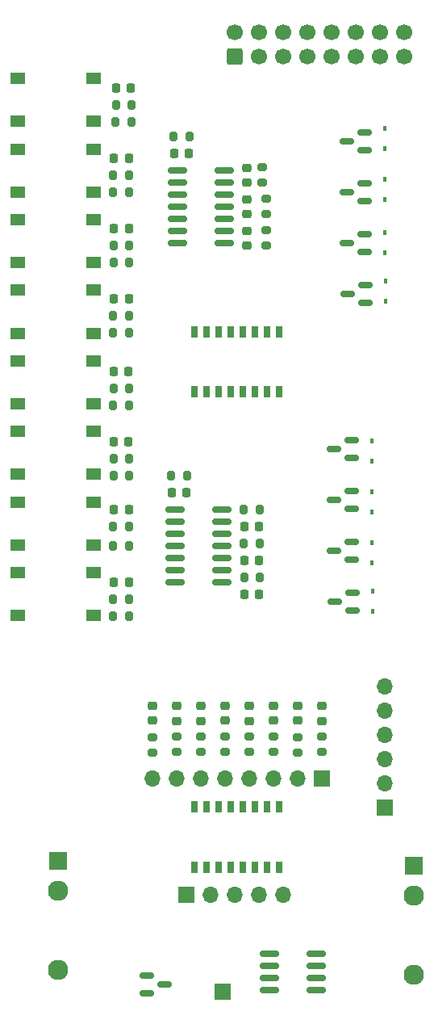
<source format=gbr>
%TF.GenerationSoftware,KiCad,Pcbnew,(6.0.5)*%
%TF.CreationDate,2023-02-22T06:39:24-08:00*%
%TF.ProjectId,wisseq,77697373-6571-42e6-9b69-6361645f7063,rev?*%
%TF.SameCoordinates,Original*%
%TF.FileFunction,Soldermask,Top*%
%TF.FilePolarity,Negative*%
%FSLAX46Y46*%
G04 Gerber Fmt 4.6, Leading zero omitted, Abs format (unit mm)*
G04 Created by KiCad (PCBNEW (6.0.5)) date 2023-02-22 06:39:24*
%MOMM*%
%LPD*%
G01*
G04 APERTURE LIST*
G04 Aperture macros list*
%AMRoundRect*
0 Rectangle with rounded corners*
0 $1 Rounding radius*
0 $2 $3 $4 $5 $6 $7 $8 $9 X,Y pos of 4 corners*
0 Add a 4 corners polygon primitive as box body*
4,1,4,$2,$3,$4,$5,$6,$7,$8,$9,$2,$3,0*
0 Add four circle primitives for the rounded corners*
1,1,$1+$1,$2,$3*
1,1,$1+$1,$4,$5*
1,1,$1+$1,$6,$7*
1,1,$1+$1,$8,$9*
0 Add four rect primitives between the rounded corners*
20,1,$1+$1,$2,$3,$4,$5,0*
20,1,$1+$1,$4,$5,$6,$7,0*
20,1,$1+$1,$6,$7,$8,$9,0*
20,1,$1+$1,$8,$9,$2,$3,0*%
G04 Aperture macros list end*
%ADD10R,0.800000X1.300000*%
%ADD11RoundRect,0.150000X0.825000X0.150000X-0.825000X0.150000X-0.825000X-0.150000X0.825000X-0.150000X0*%
%ADD12RoundRect,0.150000X-0.825000X-0.150000X0.825000X-0.150000X0.825000X0.150000X-0.825000X0.150000X0*%
%ADD13R,1.550000X1.300000*%
%ADD14RoundRect,0.200000X0.275000X-0.200000X0.275000X0.200000X-0.275000X0.200000X-0.275000X-0.200000X0*%
%ADD15RoundRect,0.200000X-0.200000X-0.275000X0.200000X-0.275000X0.200000X0.275000X-0.200000X0.275000X0*%
%ADD16RoundRect,0.150000X-0.587500X-0.150000X0.587500X-0.150000X0.587500X0.150000X-0.587500X0.150000X0*%
%ADD17RoundRect,0.150000X0.587500X0.150000X-0.587500X0.150000X-0.587500X-0.150000X0.587500X-0.150000X0*%
%ADD18R,1.700000X1.700000*%
%ADD19O,1.700000X1.700000*%
%ADD20RoundRect,0.250000X0.600000X-0.600000X0.600000X0.600000X-0.600000X0.600000X-0.600000X-0.600000X0*%
%ADD21C,1.700000*%
%ADD22R,1.930000X1.830000*%
%ADD23C,2.130000*%
%ADD24RoundRect,0.218750X-0.256250X0.218750X-0.256250X-0.218750X0.256250X-0.218750X0.256250X0.218750X0*%
%ADD25R,0.450000X0.600000*%
%ADD26RoundRect,0.218750X0.218750X0.256250X-0.218750X0.256250X-0.218750X-0.256250X0.218750X-0.256250X0*%
%ADD27RoundRect,0.225000X-0.225000X-0.250000X0.225000X-0.250000X0.225000X0.250000X-0.225000X0.250000X0*%
%ADD28RoundRect,0.225000X0.250000X-0.225000X0.250000X0.225000X-0.250000X0.225000X-0.250000X-0.225000X0*%
%ADD29RoundRect,0.225000X0.225000X0.250000X-0.225000X0.250000X-0.225000X-0.250000X0.225000X-0.250000X0*%
G04 APERTURE END LIST*
D10*
%TO.C,U5*%
X50424000Y-115785000D03*
X49144000Y-115785000D03*
X47884000Y-115785000D03*
X46614000Y-115785000D03*
X45334000Y-115785000D03*
X44064000Y-115785000D03*
X42804000Y-115785000D03*
X41524000Y-115785000D03*
X41524000Y-122085000D03*
X42804000Y-122085000D03*
X44064000Y-122085000D03*
X45334000Y-122085000D03*
X46614000Y-122085000D03*
X47884000Y-122085000D03*
X49144000Y-122085000D03*
X50424000Y-122085000D03*
%TD*%
D11*
%TO.C,U4*%
X44639000Y-56642000D03*
X44639000Y-55372000D03*
X44639000Y-54102000D03*
X44639000Y-52832000D03*
X44639000Y-51562000D03*
X44639000Y-50292000D03*
X44639000Y-49022000D03*
X39689000Y-49022000D03*
X39689000Y-50292000D03*
X39689000Y-51562000D03*
X39689000Y-52832000D03*
X39689000Y-54102000D03*
X39689000Y-55372000D03*
X39689000Y-56642000D03*
%TD*%
%TO.C,U3*%
X44385000Y-92202000D03*
X44385000Y-90932000D03*
X44385000Y-89662000D03*
X44385000Y-88392000D03*
X44385000Y-87122000D03*
X44385000Y-85852000D03*
X44385000Y-84582000D03*
X39435000Y-84582000D03*
X39435000Y-85852000D03*
X39435000Y-87122000D03*
X39435000Y-88392000D03*
X39435000Y-89662000D03*
X39435000Y-90932000D03*
X39435000Y-92202000D03*
%TD*%
D10*
%TO.C,U2*%
X41524000Y-72238000D03*
X42804000Y-72238000D03*
X44064000Y-72238000D03*
X45334000Y-72238000D03*
X46614000Y-72238000D03*
X47884000Y-72238000D03*
X49144000Y-72238000D03*
X50424000Y-72238000D03*
X50424000Y-65938000D03*
X49144000Y-65938000D03*
X47884000Y-65938000D03*
X46614000Y-65938000D03*
X45334000Y-65938000D03*
X44064000Y-65938000D03*
X42804000Y-65938000D03*
X41524000Y-65938000D03*
%TD*%
D12*
%TO.C,U1*%
X49341000Y-131191000D03*
X49341000Y-132461000D03*
X49341000Y-133731000D03*
X49341000Y-135001000D03*
X54291000Y-135001000D03*
X54291000Y-133731000D03*
X54291000Y-132461000D03*
X54291000Y-131191000D03*
%TD*%
D13*
%TO.C,SW8*%
X22949000Y-43906000D03*
X30899000Y-43906000D03*
X30899000Y-39406000D03*
X22949000Y-39406000D03*
%TD*%
%TO.C,SW7*%
X22949000Y-51308285D03*
X30899000Y-51308285D03*
X30899000Y-46808285D03*
X22949000Y-46808285D03*
%TD*%
%TO.C,SW6*%
X22949000Y-58710570D03*
X30899000Y-58710570D03*
X30899000Y-54210570D03*
X22949000Y-54210570D03*
%TD*%
%TO.C,SW5*%
X22949000Y-66112855D03*
X30899000Y-66112855D03*
X30899000Y-61612855D03*
X22949000Y-61612855D03*
%TD*%
%TO.C,SW4*%
X22949000Y-73515140D03*
X30899000Y-73515140D03*
X30899000Y-69015140D03*
X22949000Y-69015140D03*
%TD*%
%TO.C,SW3*%
X22949000Y-80917425D03*
X30899000Y-80917425D03*
X30899000Y-76417425D03*
X22949000Y-76417425D03*
%TD*%
%TO.C,SW2*%
X22949000Y-88319710D03*
X30899000Y-88319710D03*
X30899000Y-83819710D03*
X22949000Y-83819710D03*
%TD*%
%TO.C,SW1*%
X22949000Y-95722000D03*
X30899000Y-95722000D03*
X30899000Y-91222000D03*
X22949000Y-91222000D03*
%TD*%
D14*
%TO.C,R32*%
X37084000Y-110108000D03*
X37084000Y-108458000D03*
%TD*%
%TO.C,R31*%
X39624000Y-110045000D03*
X39624000Y-108395000D03*
%TD*%
%TO.C,R30*%
X42164000Y-110045000D03*
X42164000Y-108395000D03*
%TD*%
%TO.C,R29*%
X44704000Y-110045000D03*
X44704000Y-108395000D03*
%TD*%
%TO.C,R28*%
X47244000Y-108395000D03*
X47244000Y-110045000D03*
%TD*%
%TO.C,R27*%
X49784000Y-108395000D03*
X49784000Y-110045000D03*
%TD*%
%TO.C,R26*%
X52324000Y-108458000D03*
X52324000Y-110108000D03*
%TD*%
%TO.C,R25*%
X54864000Y-108395000D03*
X54864000Y-110045000D03*
%TD*%
D15*
%TO.C,R24*%
X39307000Y-45466000D03*
X40957000Y-45466000D03*
%TD*%
D14*
%TO.C,R23*%
X48579000Y-50355000D03*
X48579000Y-48705000D03*
%TD*%
%TO.C,R22*%
X49022000Y-53657000D03*
X49022000Y-52007000D03*
%TD*%
%TO.C,R21*%
X49022000Y-56959000D03*
X49022000Y-55309000D03*
%TD*%
D15*
%TO.C,R20*%
X39053000Y-81026000D03*
X40703000Y-81026000D03*
%TD*%
%TO.C,R19*%
X46673000Y-84582000D03*
X48323000Y-84582000D03*
%TD*%
%TO.C,R18*%
X46673000Y-88138000D03*
X48323000Y-88138000D03*
%TD*%
%TO.C,R17*%
X46736000Y-91694000D03*
X48386000Y-91694000D03*
%TD*%
%TO.C,R16*%
X33274000Y-42164000D03*
X34924000Y-42164000D03*
%TD*%
%TO.C,R15*%
X32957000Y-49530000D03*
X34607000Y-49530000D03*
%TD*%
%TO.C,R14*%
X33020000Y-56896000D03*
X34670000Y-56896000D03*
%TD*%
%TO.C,R13*%
X32957000Y-64262000D03*
X34607000Y-64262000D03*
%TD*%
%TO.C,R12*%
X33020000Y-71882000D03*
X34670000Y-71882000D03*
%TD*%
%TO.C,R11*%
X33020000Y-79248000D03*
X34670000Y-79248000D03*
%TD*%
%TO.C,R10*%
X32957000Y-86360000D03*
X34607000Y-86360000D03*
%TD*%
%TO.C,R9*%
X32957000Y-93980000D03*
X34607000Y-93980000D03*
%TD*%
%TO.C,R8*%
X33211000Y-43942000D03*
X34861000Y-43942000D03*
%TD*%
%TO.C,R7*%
X32957000Y-51308000D03*
X34607000Y-51308000D03*
%TD*%
%TO.C,R6*%
X33020000Y-58674000D03*
X34670000Y-58674000D03*
%TD*%
%TO.C,R5*%
X32957000Y-66040000D03*
X34607000Y-66040000D03*
%TD*%
%TO.C,R4*%
X32957000Y-73660000D03*
X34607000Y-73660000D03*
%TD*%
%TO.C,R3*%
X33020000Y-81026000D03*
X34670000Y-81026000D03*
%TD*%
%TO.C,R2*%
X32957000Y-88410000D03*
X34607000Y-88410000D03*
%TD*%
%TO.C,R1*%
X32957000Y-95758000D03*
X34607000Y-95758000D03*
%TD*%
D16*
%TO.C,Q9*%
X36479000Y-133416000D03*
X36479000Y-135316000D03*
X38354000Y-134366000D03*
%TD*%
D17*
%TO.C,Q8*%
X57561000Y-61976000D03*
X59436000Y-61026000D03*
X59436000Y-62926000D03*
%TD*%
%TO.C,Q7*%
X57482500Y-56642000D03*
X59357500Y-55692000D03*
X59357500Y-57592000D03*
%TD*%
%TO.C,Q6*%
X58009000Y-79182000D03*
X58009000Y-77282000D03*
X56134000Y-78232000D03*
%TD*%
%TO.C,Q5*%
X58009000Y-84516000D03*
X58009000Y-82616000D03*
X56134000Y-83566000D03*
%TD*%
%TO.C,Q4*%
X59357500Y-46924000D03*
X59357500Y-45024000D03*
X57482500Y-45974000D03*
%TD*%
%TO.C,Q3*%
X59357500Y-52258000D03*
X59357500Y-50358000D03*
X57482500Y-51308000D03*
%TD*%
%TO.C,Q2*%
X58009000Y-89850000D03*
X58009000Y-87950000D03*
X56134000Y-88900000D03*
%TD*%
%TO.C,Q1*%
X58087500Y-95184000D03*
X58087500Y-93284000D03*
X56212500Y-94234000D03*
%TD*%
D18*
%TO.C,J7*%
X61468000Y-115824000D03*
D19*
X61468000Y-113284000D03*
X61468000Y-110744000D03*
X61468000Y-108204000D03*
X61468000Y-105664000D03*
X61468000Y-103124000D03*
%TD*%
D18*
%TO.C,J6*%
X44450000Y-135128000D03*
%TD*%
%TO.C,J5*%
X54864000Y-112839000D03*
D19*
X52324000Y-112839000D03*
X49784000Y-112839000D03*
X47244000Y-112839000D03*
X44704000Y-112839000D03*
X42164000Y-112839000D03*
X39624000Y-112839000D03*
X37084000Y-112839000D03*
%TD*%
D18*
%TO.C,J4*%
X40640000Y-125031000D03*
D19*
X43180000Y-125031000D03*
X45720000Y-125031000D03*
X48260000Y-125031000D03*
X50800000Y-125031000D03*
%TD*%
D20*
%TO.C,J3*%
X45720000Y-37084000D03*
D21*
X45720000Y-34544000D03*
X48260000Y-37084000D03*
X48260000Y-34544000D03*
X50800000Y-37084000D03*
X50800000Y-34544000D03*
X53340000Y-37084000D03*
X53340000Y-34544000D03*
X55880000Y-37084000D03*
X55880000Y-34544000D03*
X58420000Y-37084000D03*
X58420000Y-34544000D03*
X60960000Y-37084000D03*
X60960000Y-34544000D03*
X63500000Y-37084000D03*
X63500000Y-34544000D03*
%TD*%
D22*
%TO.C,J2*%
X64516000Y-121982000D03*
D23*
X64516000Y-133382000D03*
X64516000Y-125082000D03*
%TD*%
D22*
%TO.C,J1*%
X27178000Y-121474000D03*
D23*
X27178000Y-132874000D03*
X27178000Y-124574000D03*
%TD*%
D24*
%TO.C,D24*%
X37084000Y-105168000D03*
X37084000Y-106743000D03*
%TD*%
%TO.C,D23*%
X39624000Y-105193500D03*
X39624000Y-106768500D03*
%TD*%
%TO.C,D22*%
X42164000Y-105193500D03*
X42164000Y-106768500D03*
%TD*%
%TO.C,D21*%
X44704000Y-105168000D03*
X44704000Y-106743000D03*
%TD*%
%TO.C,D20*%
X47244000Y-105193500D03*
X47244000Y-106768500D03*
%TD*%
%TO.C,D19*%
X49784000Y-105168000D03*
X49784000Y-106743000D03*
%TD*%
%TO.C,D18*%
X52324000Y-105168000D03*
X52324000Y-106743000D03*
%TD*%
%TO.C,D17*%
X54864000Y-105193500D03*
X54864000Y-106768500D03*
%TD*%
D25*
%TO.C,D16*%
X61546500Y-62772000D03*
X61546500Y-60672000D03*
%TD*%
%TO.C,D15*%
X61468000Y-55592000D03*
X61468000Y-57692000D03*
%TD*%
%TO.C,D14*%
X60119500Y-79536000D03*
X60119500Y-77436000D03*
%TD*%
%TO.C,D13*%
X60119500Y-82770000D03*
X60119500Y-84870000D03*
%TD*%
%TO.C,D12*%
X61468000Y-46770000D03*
X61468000Y-44670000D03*
%TD*%
%TO.C,D11*%
X61468000Y-52104000D03*
X61468000Y-50004000D03*
%TD*%
%TO.C,D10*%
X60119500Y-90204000D03*
X60119500Y-88104000D03*
%TD*%
%TO.C,D9*%
X60198000Y-93184000D03*
X60198000Y-95284000D03*
%TD*%
D26*
%TO.C,D8*%
X34823500Y-40386000D03*
X33248500Y-40386000D03*
%TD*%
%TO.C,D7*%
X34620500Y-47752000D03*
X33045500Y-47752000D03*
%TD*%
%TO.C,D6*%
X34620500Y-55118000D03*
X33045500Y-55118000D03*
%TD*%
%TO.C,D5*%
X34620500Y-62484000D03*
X33045500Y-62484000D03*
%TD*%
%TO.C,D4*%
X34569500Y-70104000D03*
X32994500Y-70104000D03*
%TD*%
%TO.C,D3*%
X34569500Y-77470000D03*
X32994500Y-77470000D03*
%TD*%
%TO.C,D2*%
X34595000Y-84582000D03*
X33020000Y-84582000D03*
%TD*%
%TO.C,D1*%
X34595000Y-92202000D03*
X33020000Y-92202000D03*
%TD*%
D27*
%TO.C,C8*%
X39357000Y-47244000D03*
X40907000Y-47244000D03*
%TD*%
D28*
%TO.C,C7*%
X46990000Y-50318000D03*
X46990000Y-48768000D03*
%TD*%
%TO.C,C6*%
X46990000Y-53607000D03*
X46990000Y-52057000D03*
%TD*%
%TO.C,C5*%
X46990000Y-56909000D03*
X46990000Y-55359000D03*
%TD*%
D29*
%TO.C,C4*%
X40653000Y-82804000D03*
X39103000Y-82804000D03*
%TD*%
D27*
%TO.C,C3*%
X46736000Y-86360000D03*
X48286000Y-86360000D03*
%TD*%
%TO.C,C2*%
X46736000Y-89916000D03*
X48286000Y-89916000D03*
%TD*%
%TO.C,C1*%
X46736000Y-93472000D03*
X48286000Y-93472000D03*
%TD*%
M02*

</source>
